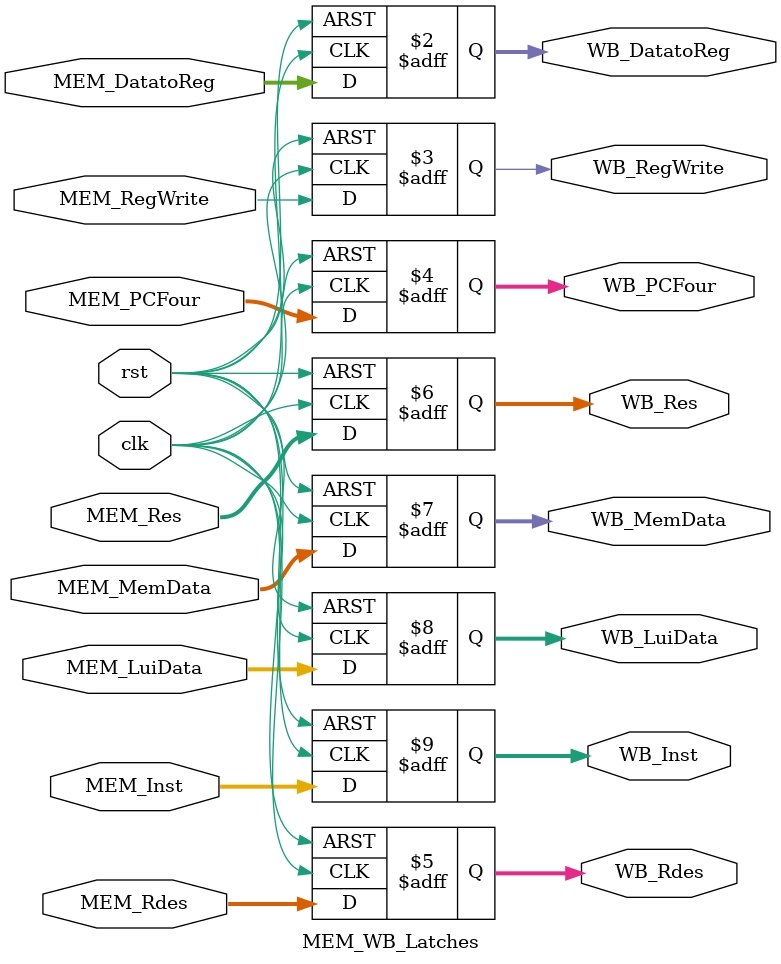
<source format=v>
`timescale 1ns / 1ps
module MEM_WB_Latches(
	input wire [1:0] MEM_DatatoReg,
	output reg [1:0] WB_DatatoReg,
	input wire MEM_RegWrite,
	output reg WB_RegWrite,
	input wire [31:0] MEM_PCFour,
	output reg [31:0] WB_PCFour,
	input wire [4:0] MEM_Rdes,
	output reg [4:0] WB_Rdes,
	input wire [31:0] MEM_Res,
	output reg [31:0] WB_Res,
	input wire [31:0] MEM_MemData,
	output reg [31:0] WB_MemData,
	input wire [31:0] MEM_LuiData,
	output reg [31:0] WB_LuiData,
	input wire [31:0] MEM_Inst,
	output reg [31:0] WB_Inst,
	input clk,
	input rst
	);
	always @ (posedge clk or posedge rst) begin
		if(rst) begin
			WB_DatatoReg <= 0;
			WB_RegWrite <= 0;
			WB_PCFour <= 0;
			WB_Rdes <= 0;
			WB_Res <= 0;
			WB_MemData <= 0;
			WB_LuiData <= 0;
			WB_Inst <= 0;
		end
		else begin
			WB_DatatoReg <= MEM_DatatoReg;
			WB_RegWrite <= MEM_RegWrite;
			WB_PCFour <= MEM_PCFour;
			WB_Rdes <= MEM_Rdes;
			WB_Res <= MEM_Res;
			WB_MemData <= MEM_MemData;
			WB_LuiData <= MEM_LuiData;
			WB_Inst <= MEM_Inst;
		end
	end
endmodule


</source>
